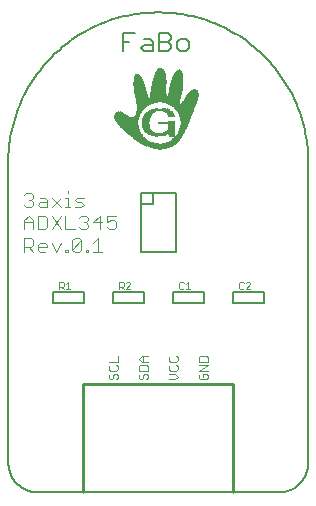
<source format=gto>
G75*
%MOIN*%
%OFA0B0*%
%FSLAX25Y25*%
%IPPOS*%
%LPD*%
%AMOC8*
5,1,8,0,0,1.08239X$1,22.5*
%
%ADD10C,0.00400*%
%ADD11C,0.00500*%
%ADD12C,0.01000*%
%ADD13R,0.00100X0.01100*%
%ADD14R,0.00100X0.01600*%
%ADD15R,0.00100X0.01900*%
%ADD16R,0.00100X0.02200*%
%ADD17R,0.00100X0.02500*%
%ADD18R,0.00100X0.02800*%
%ADD19R,0.00100X0.03100*%
%ADD20R,0.00100X0.03300*%
%ADD21R,0.00100X0.03500*%
%ADD22R,0.00100X0.03700*%
%ADD23R,0.00100X0.03800*%
%ADD24R,0.00100X0.04100*%
%ADD25R,0.00100X0.04200*%
%ADD26R,0.00100X0.04400*%
%ADD27R,0.00100X0.04500*%
%ADD28R,0.00100X0.04700*%
%ADD29R,0.00100X0.04900*%
%ADD30R,0.00100X0.05000*%
%ADD31R,0.00100X0.05100*%
%ADD32R,0.00100X0.05200*%
%ADD33R,0.00100X0.05300*%
%ADD34R,0.00100X0.05400*%
%ADD35R,0.00100X0.05500*%
%ADD36R,0.00100X0.05600*%
%ADD37R,0.00100X0.05700*%
%ADD38R,0.00100X0.05800*%
%ADD39R,0.00100X0.05900*%
%ADD40R,0.00100X0.06000*%
%ADD41R,0.00100X0.06100*%
%ADD42R,0.00100X0.06200*%
%ADD43R,0.00100X0.06300*%
%ADD44R,0.00100X0.06400*%
%ADD45R,0.00100X0.06500*%
%ADD46R,0.00100X0.06600*%
%ADD47R,0.00100X0.06700*%
%ADD48R,0.00100X0.06800*%
%ADD49R,0.00100X0.06900*%
%ADD50R,0.00100X0.07100*%
%ADD51R,0.00100X0.07200*%
%ADD52R,0.00100X0.03200*%
%ADD53R,0.00100X0.07400*%
%ADD54R,0.00100X0.07600*%
%ADD55R,0.00100X0.07800*%
%ADD56R,0.00100X0.08000*%
%ADD57R,0.00100X0.08100*%
%ADD58R,0.00100X0.07700*%
%ADD59R,0.00100X0.08300*%
%ADD60R,0.00100X0.08500*%
%ADD61R,0.00100X0.08800*%
%ADD62R,0.00100X0.09000*%
%ADD63R,0.00100X0.09100*%
%ADD64R,0.00100X0.09600*%
%ADD65R,0.00100X0.10100*%
%ADD66R,0.00100X0.10300*%
%ADD67R,0.00100X0.22300*%
%ADD68R,0.00100X0.22400*%
%ADD69R,0.00100X0.22500*%
%ADD70R,0.00100X0.15600*%
%ADD71R,0.00100X0.15000*%
%ADD72R,0.00100X0.14500*%
%ADD73R,0.00100X0.14200*%
%ADD74R,0.00100X0.13600*%
%ADD75R,0.00100X0.13300*%
%ADD76R,0.00100X0.04000*%
%ADD77R,0.00100X0.13000*%
%ADD78R,0.00100X0.12600*%
%ADD79R,0.00100X0.12400*%
%ADD80R,0.00100X0.12000*%
%ADD81R,0.00100X0.03400*%
%ADD82R,0.00100X0.11700*%
%ADD83R,0.00100X0.11400*%
%ADD84R,0.00100X0.11100*%
%ADD85R,0.00100X0.10800*%
%ADD86R,0.00100X0.03000*%
%ADD87R,0.00100X0.10500*%
%ADD88R,0.00100X0.01400*%
%ADD89R,0.00100X0.02900*%
%ADD90R,0.00100X0.09800*%
%ADD91R,0.00100X0.09500*%
%ADD92R,0.00100X0.03900*%
%ADD93R,0.00100X0.04300*%
%ADD94R,0.00100X0.02700*%
%ADD95R,0.00100X0.08200*%
%ADD96R,0.00100X0.02600*%
%ADD97R,0.00100X0.02400*%
%ADD98R,0.00100X0.04600*%
%ADD99R,0.00100X0.07000*%
%ADD100R,0.00100X0.02300*%
%ADD101R,0.00100X0.07300*%
%ADD102R,0.00100X0.02100*%
%ADD103R,0.00100X0.02000*%
%ADD104R,0.00100X0.03600*%
%ADD105R,0.00100X0.01800*%
%ADD106R,0.00100X0.01700*%
%ADD107R,0.00100X0.01500*%
%ADD108R,0.00100X0.07500*%
%ADD109R,0.00100X0.08400*%
%ADD110R,0.00100X0.08700*%
%ADD111R,0.00100X0.01300*%
%ADD112R,0.00100X0.01200*%
%ADD113R,0.00100X0.09200*%
%ADD114R,0.00100X0.09700*%
%ADD115R,0.00100X0.09900*%
%ADD116R,0.00100X0.01000*%
%ADD117R,0.00100X0.10600*%
%ADD118R,0.00100X0.10900*%
%ADD119R,0.00100X0.11000*%
%ADD120R,0.00100X0.00900*%
%ADD121R,0.00100X0.11200*%
%ADD122R,0.00100X0.11300*%
%ADD123R,0.00100X0.11500*%
%ADD124R,0.00100X0.11600*%
%ADD125R,0.00100X0.10000*%
%ADD126R,0.00100X0.09400*%
%ADD127R,0.00100X0.08900*%
%ADD128R,0.00100X0.04800*%
%ADD129R,0.00100X0.07900*%
%ADD130R,0.00100X0.00800*%
%ADD131R,0.00100X0.00500*%
%ADD132R,0.00100X0.12200*%
%ADD133R,0.00100X0.12900*%
%ADD134R,0.00100X0.13100*%
%ADD135R,0.00100X0.13400*%
%ADD136R,0.00100X0.13800*%
%ADD137R,0.00100X0.14000*%
%ADD138R,0.00100X0.14700*%
%ADD139R,0.00100X0.14900*%
%ADD140R,0.00100X0.15200*%
%ADD141R,0.00100X0.10200*%
%ADD142R,0.00100X0.08600*%
%ADD143R,0.00100X0.10700*%
%ADD144R,0.00100X0.10400*%
%ADD145R,0.00100X0.09300*%
%ADD146C,0.00600*%
%ADD147C,0.00300*%
%ADD148C,0.00200*%
D10*
X0007000Y0082000D02*
X0007000Y0086604D01*
X0009302Y0086604D01*
X0010069Y0085837D01*
X0010069Y0084302D01*
X0009302Y0083535D01*
X0007000Y0083535D01*
X0008535Y0083535D02*
X0010069Y0082000D01*
X0011604Y0082767D02*
X0011604Y0084302D01*
X0012371Y0085069D01*
X0013906Y0085069D01*
X0014673Y0084302D01*
X0014673Y0083535D01*
X0011604Y0083535D01*
X0011604Y0082767D02*
X0012371Y0082000D01*
X0013906Y0082000D01*
X0016208Y0085069D02*
X0017742Y0082000D01*
X0019277Y0085069D01*
X0020812Y0082767D02*
X0020812Y0082000D01*
X0021579Y0082000D01*
X0021579Y0082767D01*
X0020812Y0082767D01*
X0023114Y0082767D02*
X0026183Y0085837D01*
X0026183Y0082767D01*
X0025416Y0082000D01*
X0023881Y0082000D01*
X0023114Y0082767D01*
X0023114Y0085837D01*
X0023881Y0086604D01*
X0025416Y0086604D01*
X0026183Y0085837D01*
X0027718Y0082767D02*
X0028485Y0082767D01*
X0028485Y0082000D01*
X0027718Y0082000D01*
X0027718Y0082767D01*
X0030020Y0082000D02*
X0033089Y0082000D01*
X0031554Y0082000D02*
X0031554Y0086604D01*
X0030020Y0085069D01*
X0032322Y0089500D02*
X0032322Y0094104D01*
X0030020Y0091802D01*
X0033089Y0091802D01*
X0034624Y0091802D02*
X0036158Y0092569D01*
X0036926Y0092569D01*
X0037693Y0091802D01*
X0037693Y0090267D01*
X0036926Y0089500D01*
X0035391Y0089500D01*
X0034624Y0090267D01*
X0034624Y0091802D02*
X0034624Y0094104D01*
X0037693Y0094104D01*
X0028485Y0093337D02*
X0028485Y0092569D01*
X0027718Y0091802D01*
X0028485Y0091035D01*
X0028485Y0090267D01*
X0027718Y0089500D01*
X0026183Y0089500D01*
X0025416Y0090267D01*
X0023881Y0089500D02*
X0020812Y0089500D01*
X0020812Y0094104D01*
X0019277Y0094104D02*
X0016208Y0089500D01*
X0014673Y0090267D02*
X0014673Y0093337D01*
X0013906Y0094104D01*
X0011604Y0094104D01*
X0011604Y0089500D01*
X0013906Y0089500D01*
X0014673Y0090267D01*
X0016208Y0094104D02*
X0019277Y0089500D01*
X0019277Y0097000D02*
X0016208Y0100069D01*
X0014673Y0099302D02*
X0014673Y0097000D01*
X0012371Y0097000D01*
X0011604Y0097767D01*
X0012371Y0098535D01*
X0014673Y0098535D01*
X0014673Y0099302D02*
X0013906Y0100069D01*
X0012371Y0100069D01*
X0010069Y0100069D02*
X0009302Y0099302D01*
X0010069Y0098535D01*
X0010069Y0097767D01*
X0009302Y0097000D01*
X0007767Y0097000D01*
X0007000Y0097767D01*
X0008535Y0099302D02*
X0009302Y0099302D01*
X0010069Y0100069D02*
X0010069Y0100837D01*
X0009302Y0101604D01*
X0007767Y0101604D01*
X0007000Y0100837D01*
X0008535Y0094104D02*
X0010069Y0092569D01*
X0010069Y0089500D01*
X0010069Y0091802D02*
X0007000Y0091802D01*
X0007000Y0092569D02*
X0008535Y0094104D01*
X0007000Y0092569D02*
X0007000Y0089500D01*
X0016208Y0097000D02*
X0019277Y0100069D01*
X0020812Y0100069D02*
X0021579Y0100069D01*
X0021579Y0097000D01*
X0020812Y0097000D02*
X0022346Y0097000D01*
X0023881Y0097000D02*
X0026183Y0097000D01*
X0026950Y0097767D01*
X0026183Y0098535D01*
X0024648Y0098535D01*
X0023881Y0099302D01*
X0024648Y0100069D01*
X0026950Y0100069D01*
X0026183Y0094104D02*
X0025416Y0093337D01*
X0026183Y0094104D02*
X0027718Y0094104D01*
X0028485Y0093337D01*
X0027718Y0091802D02*
X0026950Y0091802D01*
X0021579Y0101604D02*
X0021579Y0102371D01*
D11*
X0001800Y0111800D02*
X0001800Y0011800D01*
X0001803Y0011558D01*
X0001812Y0011317D01*
X0001826Y0011076D01*
X0001847Y0010835D01*
X0001873Y0010595D01*
X0001905Y0010355D01*
X0001943Y0010116D01*
X0001986Y0009879D01*
X0002036Y0009642D01*
X0002091Y0009407D01*
X0002151Y0009173D01*
X0002218Y0008941D01*
X0002289Y0008710D01*
X0002367Y0008481D01*
X0002450Y0008254D01*
X0002538Y0008029D01*
X0002632Y0007806D01*
X0002731Y0007586D01*
X0002836Y0007368D01*
X0002945Y0007153D01*
X0003060Y0006940D01*
X0003180Y0006730D01*
X0003305Y0006524D01*
X0003435Y0006320D01*
X0003570Y0006119D01*
X0003710Y0005922D01*
X0003854Y0005728D01*
X0004003Y0005538D01*
X0004157Y0005352D01*
X0004315Y0005169D01*
X0004477Y0004990D01*
X0004644Y0004815D01*
X0004815Y0004644D01*
X0004990Y0004477D01*
X0005169Y0004315D01*
X0005352Y0004157D01*
X0005538Y0004003D01*
X0005728Y0003854D01*
X0005922Y0003710D01*
X0006119Y0003570D01*
X0006320Y0003435D01*
X0006524Y0003305D01*
X0006730Y0003180D01*
X0006940Y0003060D01*
X0007153Y0002945D01*
X0007368Y0002836D01*
X0007586Y0002731D01*
X0007806Y0002632D01*
X0008029Y0002538D01*
X0008254Y0002450D01*
X0008481Y0002367D01*
X0008710Y0002289D01*
X0008941Y0002218D01*
X0009173Y0002151D01*
X0009407Y0002091D01*
X0009642Y0002036D01*
X0009879Y0001986D01*
X0010116Y0001943D01*
X0010355Y0001905D01*
X0010595Y0001873D01*
X0010835Y0001847D01*
X0011076Y0001826D01*
X0011317Y0001812D01*
X0011558Y0001803D01*
X0011800Y0001800D01*
X0091800Y0001800D01*
X0092042Y0001803D01*
X0092283Y0001812D01*
X0092524Y0001826D01*
X0092765Y0001847D01*
X0093005Y0001873D01*
X0093245Y0001905D01*
X0093484Y0001943D01*
X0093721Y0001986D01*
X0093958Y0002036D01*
X0094193Y0002091D01*
X0094427Y0002151D01*
X0094659Y0002218D01*
X0094890Y0002289D01*
X0095119Y0002367D01*
X0095346Y0002450D01*
X0095571Y0002538D01*
X0095794Y0002632D01*
X0096014Y0002731D01*
X0096232Y0002836D01*
X0096447Y0002945D01*
X0096660Y0003060D01*
X0096870Y0003180D01*
X0097076Y0003305D01*
X0097280Y0003435D01*
X0097481Y0003570D01*
X0097678Y0003710D01*
X0097872Y0003854D01*
X0098062Y0004003D01*
X0098248Y0004157D01*
X0098431Y0004315D01*
X0098610Y0004477D01*
X0098785Y0004644D01*
X0098956Y0004815D01*
X0099123Y0004990D01*
X0099285Y0005169D01*
X0099443Y0005352D01*
X0099597Y0005538D01*
X0099746Y0005728D01*
X0099890Y0005922D01*
X0100030Y0006119D01*
X0100165Y0006320D01*
X0100295Y0006524D01*
X0100420Y0006730D01*
X0100540Y0006940D01*
X0100655Y0007153D01*
X0100764Y0007368D01*
X0100869Y0007586D01*
X0100968Y0007806D01*
X0101062Y0008029D01*
X0101150Y0008254D01*
X0101233Y0008481D01*
X0101311Y0008710D01*
X0101382Y0008941D01*
X0101449Y0009173D01*
X0101509Y0009407D01*
X0101564Y0009642D01*
X0101614Y0009879D01*
X0101657Y0010116D01*
X0101695Y0010355D01*
X0101727Y0010595D01*
X0101753Y0010835D01*
X0101774Y0011076D01*
X0101788Y0011317D01*
X0101797Y0011558D01*
X0101800Y0011800D01*
X0101800Y0111800D01*
X0086918Y0068769D02*
X0076682Y0068769D01*
X0076682Y0064831D01*
X0077076Y0064831D02*
X0086918Y0064831D01*
X0086918Y0068769D01*
X0066918Y0068769D02*
X0066918Y0064831D01*
X0057076Y0064831D01*
X0056682Y0064831D02*
X0056682Y0068769D01*
X0066918Y0068769D01*
X0057706Y0081957D02*
X0057706Y0101643D01*
X0045894Y0101643D01*
X0045894Y0081957D01*
X0057706Y0081957D01*
X0046918Y0068769D02*
X0046918Y0064831D01*
X0037076Y0064831D01*
X0036682Y0064831D02*
X0036682Y0068769D01*
X0046918Y0068769D01*
X0046100Y0098000D02*
X0050200Y0098000D01*
X0050200Y0101500D01*
X0001800Y0111800D02*
X0001815Y0113018D01*
X0001859Y0114234D01*
X0001933Y0115450D01*
X0002037Y0116663D01*
X0002170Y0117873D01*
X0002333Y0119080D01*
X0002525Y0120282D01*
X0002746Y0121480D01*
X0002996Y0122672D01*
X0003275Y0123857D01*
X0003583Y0125035D01*
X0003920Y0126205D01*
X0004285Y0127367D01*
X0004678Y0128519D01*
X0005099Y0129662D01*
X0005548Y0130793D01*
X0006024Y0131914D01*
X0006528Y0133023D01*
X0007058Y0134119D01*
X0007615Y0135202D01*
X0008198Y0136271D01*
X0008806Y0137325D01*
X0009441Y0138365D01*
X0010100Y0139388D01*
X0010784Y0140396D01*
X0011493Y0141386D01*
X0012225Y0142359D01*
X0012981Y0143313D01*
X0013760Y0144249D01*
X0014561Y0145166D01*
X0015385Y0146063D01*
X0016230Y0146939D01*
X0017096Y0147795D01*
X0017983Y0148630D01*
X0018890Y0149442D01*
X0019816Y0150232D01*
X0020762Y0151000D01*
X0021725Y0151744D01*
X0022707Y0152464D01*
X0023706Y0153161D01*
X0024721Y0153833D01*
X0025753Y0154480D01*
X0026800Y0155101D01*
X0027862Y0155697D01*
X0028938Y0156267D01*
X0030027Y0156811D01*
X0031130Y0157327D01*
X0032245Y0157817D01*
X0033371Y0158280D01*
X0034508Y0158715D01*
X0035656Y0159122D01*
X0036813Y0159501D01*
X0037979Y0159852D01*
X0039153Y0160174D01*
X0040335Y0160468D01*
X0041524Y0160733D01*
X0042718Y0160968D01*
X0043918Y0161175D01*
X0045123Y0161352D01*
X0046331Y0161500D01*
X0047543Y0161618D01*
X0048758Y0161707D01*
X0049974Y0161767D01*
X0051191Y0161796D01*
X0052409Y0161796D01*
X0053626Y0161767D01*
X0054842Y0161707D01*
X0056057Y0161618D01*
X0057269Y0161500D01*
X0058477Y0161352D01*
X0059682Y0161175D01*
X0060882Y0160968D01*
X0062076Y0160733D01*
X0063265Y0160468D01*
X0064447Y0160174D01*
X0065621Y0159852D01*
X0066787Y0159501D01*
X0067944Y0159122D01*
X0069092Y0158715D01*
X0070229Y0158280D01*
X0071355Y0157817D01*
X0072470Y0157327D01*
X0073573Y0156811D01*
X0074662Y0156267D01*
X0075738Y0155697D01*
X0076800Y0155101D01*
X0077847Y0154480D01*
X0078879Y0153833D01*
X0079894Y0153161D01*
X0080893Y0152464D01*
X0081875Y0151744D01*
X0082838Y0151000D01*
X0083784Y0150232D01*
X0084710Y0149442D01*
X0085617Y0148630D01*
X0086504Y0147795D01*
X0087370Y0146939D01*
X0088215Y0146063D01*
X0089039Y0145166D01*
X0089840Y0144249D01*
X0090619Y0143313D01*
X0091375Y0142359D01*
X0092107Y0141386D01*
X0092816Y0140396D01*
X0093500Y0139388D01*
X0094159Y0138365D01*
X0094794Y0137325D01*
X0095402Y0136271D01*
X0095985Y0135202D01*
X0096542Y0134119D01*
X0097072Y0133023D01*
X0097576Y0131914D01*
X0098052Y0130793D01*
X0098501Y0129662D01*
X0098922Y0128519D01*
X0099315Y0127367D01*
X0099680Y0126205D01*
X0100017Y0125035D01*
X0100325Y0123857D01*
X0100604Y0122672D01*
X0100854Y0121480D01*
X0101075Y0120282D01*
X0101267Y0119080D01*
X0101430Y0117873D01*
X0101563Y0116663D01*
X0101667Y0115450D01*
X0101741Y0114234D01*
X0101785Y0113018D01*
X0101800Y0111800D01*
X0026918Y0068769D02*
X0026918Y0064831D01*
X0017076Y0064831D01*
X0016682Y0064831D02*
X0016682Y0068769D01*
X0026918Y0068769D01*
D12*
X0026800Y0038050D02*
X0076800Y0038050D01*
X0076800Y0001800D01*
X0026800Y0001800D02*
X0026800Y0038050D01*
D13*
X0051153Y0121009D03*
X0051253Y0121009D03*
X0051353Y0121009D03*
X0051453Y0121009D03*
X0051553Y0121009D03*
X0054153Y0121309D03*
X0054353Y0121409D03*
X0054453Y0121509D03*
X0054553Y0121509D03*
X0054253Y0129209D03*
X0054153Y0129209D03*
X0054053Y0129209D03*
X0053753Y0129309D03*
X0051153Y0129209D03*
X0051053Y0129209D03*
X0050853Y0129109D03*
X0043853Y0138009D03*
X0037453Y0127109D03*
D14*
X0037553Y0127059D03*
X0049953Y0128659D03*
X0050053Y0128759D03*
X0054853Y0128859D03*
X0056753Y0127759D03*
X0055153Y0122059D03*
X0049953Y0121459D03*
X0049853Y0121559D03*
X0054553Y0138759D03*
D15*
X0054953Y0132309D03*
X0055053Y0128609D03*
X0056453Y0127909D03*
X0055253Y0122209D03*
X0050853Y0117309D03*
X0050753Y0117309D03*
X0049653Y0128409D03*
X0049753Y0128509D03*
X0037653Y0127009D03*
D16*
X0037753Y0126959D03*
X0048253Y0118259D03*
X0048453Y0118159D03*
X0048553Y0118059D03*
X0048653Y0118059D03*
X0048753Y0117959D03*
X0049353Y0121959D03*
X0053253Y0117159D03*
X0054353Y0117359D03*
X0054753Y0117459D03*
X0054953Y0117559D03*
X0055053Y0117559D03*
X0055153Y0117659D03*
X0055253Y0117659D03*
X0055353Y0117659D03*
X0055453Y0117759D03*
X0055553Y0117759D03*
X0055753Y0117859D03*
X0055953Y0117959D03*
X0055953Y0128059D03*
X0056053Y0128059D03*
D17*
X0055453Y0128209D03*
X0055353Y0128209D03*
X0055153Y0132509D03*
X0048753Y0132109D03*
X0049253Y0127909D03*
X0047453Y0118709D03*
X0047653Y0118609D03*
X0037853Y0126909D03*
X0057153Y0118709D03*
X0057253Y0118809D03*
X0057453Y0118909D03*
D18*
X0058153Y0119659D03*
X0058253Y0119759D03*
X0058353Y0119859D03*
X0055253Y0132659D03*
X0049153Y0127759D03*
X0047053Y0119059D03*
X0046953Y0119059D03*
X0037953Y0126859D03*
D19*
X0038053Y0126809D03*
X0046653Y0119409D03*
X0049353Y0132709D03*
X0058653Y0120309D03*
D20*
X0038153Y0126809D03*
D21*
X0038253Y0126709D03*
X0046053Y0120009D03*
X0048353Y0132409D03*
D22*
X0045953Y0120109D03*
X0038353Y0126709D03*
X0059153Y0121209D03*
D23*
X0059253Y0121459D03*
X0055453Y0133059D03*
X0048953Y0127159D03*
X0045853Y0120259D03*
X0038453Y0126659D03*
X0064853Y0133959D03*
D24*
X0064753Y0133909D03*
X0060153Y0138909D03*
X0038553Y0126609D03*
D25*
X0038653Y0126559D03*
X0045653Y0120559D03*
X0048153Y0132659D03*
X0059153Y0129059D03*
D26*
X0055353Y0123359D03*
X0049553Y0133459D03*
X0045553Y0120759D03*
X0038853Y0126459D03*
X0038753Y0126459D03*
D27*
X0038953Y0126409D03*
X0059253Y0128909D03*
X0059453Y0122109D03*
D28*
X0055453Y0123209D03*
X0047153Y0125009D03*
X0045453Y0120909D03*
X0039053Y0126309D03*
D29*
X0039153Y0126309D03*
X0039253Y0126209D03*
X0044053Y0137809D03*
X0049653Y0133809D03*
X0059353Y0128709D03*
X0060053Y0138809D03*
D30*
X0064453Y0133559D03*
X0055553Y0123059D03*
X0047953Y0132859D03*
X0045353Y0121159D03*
X0039353Y0126159D03*
D31*
X0039453Y0126109D03*
X0047253Y0125009D03*
X0055653Y0123009D03*
X0055753Y0123009D03*
X0055853Y0123009D03*
X0055953Y0123009D03*
X0056053Y0123009D03*
X0056153Y0123009D03*
X0056253Y0123009D03*
X0056353Y0123009D03*
X0056453Y0123009D03*
X0056553Y0123009D03*
X0056653Y0123009D03*
X0056753Y0123009D03*
X0056853Y0123009D03*
X0056953Y0123009D03*
X0057053Y0123009D03*
X0057153Y0123009D03*
X0057253Y0123009D03*
X0057353Y0123009D03*
D32*
X0039553Y0126059D03*
D33*
X0039653Y0126009D03*
X0055753Y0133609D03*
X0064353Y0133409D03*
D34*
X0049753Y0134059D03*
X0047353Y0124959D03*
X0040053Y0125759D03*
X0039953Y0125859D03*
X0039853Y0125859D03*
X0039753Y0125959D03*
D35*
X0040153Y0125709D03*
X0040253Y0125609D03*
X0040353Y0125509D03*
X0040453Y0125409D03*
X0045253Y0121509D03*
X0047853Y0133009D03*
X0064253Y0133309D03*
D36*
X0059453Y0128359D03*
X0041253Y0124759D03*
X0041153Y0124859D03*
X0040853Y0125059D03*
X0040753Y0125159D03*
X0040653Y0125259D03*
X0040553Y0125359D03*
D37*
X0040953Y0125009D03*
X0041053Y0124909D03*
X0041353Y0124709D03*
X0041453Y0124609D03*
X0041553Y0124509D03*
X0041653Y0124409D03*
X0041753Y0124409D03*
X0047453Y0125009D03*
X0059953Y0138709D03*
X0064153Y0133209D03*
D38*
X0055853Y0133859D03*
X0042153Y0124059D03*
X0042053Y0124159D03*
X0041953Y0124159D03*
X0041853Y0124259D03*
D39*
X0042253Y0124009D03*
X0047553Y0125009D03*
X0044153Y0137709D03*
D40*
X0047753Y0133259D03*
X0049853Y0134359D03*
X0042353Y0123959D03*
X0064053Y0133059D03*
D41*
X0047653Y0125009D03*
X0042553Y0123809D03*
X0042453Y0123909D03*
D42*
X0042653Y0123759D03*
X0042753Y0123759D03*
D43*
X0042853Y0123709D03*
X0047753Y0125009D03*
X0059853Y0138609D03*
X0063953Y0132909D03*
D44*
X0042953Y0123659D03*
D45*
X0043053Y0123609D03*
X0047853Y0125009D03*
X0047653Y0133409D03*
X0044253Y0137609D03*
D46*
X0049953Y0134759D03*
X0055953Y0134159D03*
X0063853Y0132759D03*
X0043253Y0123559D03*
X0043153Y0123559D03*
D47*
X0043353Y0123509D03*
X0047953Y0125009D03*
D48*
X0043453Y0123459D03*
X0059753Y0138459D03*
X0063753Y0132659D03*
D49*
X0048053Y0125009D03*
X0043553Y0123409D03*
X0047553Y0133509D03*
D50*
X0044353Y0137409D03*
X0043753Y0123409D03*
X0043653Y0123409D03*
X0056053Y0134309D03*
D51*
X0063553Y0132359D03*
X0048253Y0125059D03*
X0043853Y0123359D03*
D52*
X0046353Y0119659D03*
X0046453Y0119559D03*
X0049053Y0127559D03*
X0048453Y0132359D03*
X0043953Y0137959D03*
X0058953Y0120759D03*
X0058853Y0120559D03*
X0058753Y0120459D03*
D53*
X0048453Y0125059D03*
X0043953Y0123359D03*
X0047453Y0133659D03*
D54*
X0048553Y0125059D03*
X0044053Y0123359D03*
X0056153Y0134559D03*
X0063453Y0132159D03*
D55*
X0063353Y0132059D03*
X0048753Y0125059D03*
X0044153Y0123359D03*
X0047353Y0133759D03*
D56*
X0050353Y0135559D03*
X0048853Y0125059D03*
X0044253Y0123359D03*
D57*
X0044353Y0123409D03*
D58*
X0048653Y0125009D03*
X0050253Y0135409D03*
X0044453Y0137209D03*
X0059653Y0138309D03*
D59*
X0056353Y0134809D03*
X0044453Y0123509D03*
D60*
X0044553Y0136909D03*
D61*
X0047153Y0134059D03*
X0044553Y0123559D03*
X0062853Y0131259D03*
D62*
X0050653Y0136159D03*
X0044653Y0136659D03*
D63*
X0047053Y0134109D03*
X0044653Y0123709D03*
X0059353Y0137909D03*
X0062753Y0131109D03*
D64*
X0062453Y0130659D03*
X0059253Y0137759D03*
X0044753Y0136459D03*
X0044753Y0123859D03*
D65*
X0046753Y0134309D03*
X0044853Y0136209D03*
X0051153Y0136809D03*
X0056853Y0135309D03*
X0062153Y0130109D03*
X0062053Y0129909D03*
D66*
X0061853Y0129509D03*
X0056953Y0135409D03*
X0054053Y0136809D03*
X0051253Y0136909D03*
X0044853Y0124109D03*
D67*
X0044953Y0130109D03*
D68*
X0045053Y0130059D03*
D69*
X0045153Y0130009D03*
D70*
X0045253Y0133459D03*
D71*
X0045353Y0133759D03*
D72*
X0045453Y0133909D03*
X0058653Y0135409D03*
D73*
X0058553Y0135459D03*
X0045553Y0134059D03*
D74*
X0045653Y0134159D03*
X0058253Y0135559D03*
D75*
X0045753Y0134209D03*
D76*
X0048253Y0132559D03*
X0045753Y0120359D03*
X0059353Y0121759D03*
X0059053Y0129359D03*
D77*
X0045853Y0134259D03*
D78*
X0045953Y0134359D03*
X0057853Y0135659D03*
D79*
X0057753Y0135659D03*
X0046053Y0134359D03*
D80*
X0046153Y0134359D03*
X0057553Y0135659D03*
D81*
X0055353Y0132859D03*
X0059053Y0120959D03*
X0064953Y0134059D03*
X0046853Y0124959D03*
X0046153Y0119859D03*
X0046253Y0119759D03*
D82*
X0046253Y0134409D03*
X0057453Y0135609D03*
D83*
X0057353Y0135559D03*
X0052253Y0137559D03*
X0052153Y0137559D03*
X0046353Y0134359D03*
D84*
X0046453Y0134409D03*
X0051853Y0137409D03*
X0053453Y0137309D03*
X0059053Y0137209D03*
X0060053Y0126309D03*
X0059953Y0126209D03*
X0059853Y0126009D03*
X0059753Y0125909D03*
D85*
X0060753Y0127459D03*
X0060853Y0127659D03*
X0060953Y0127859D03*
X0061053Y0128059D03*
X0053753Y0137059D03*
X0051553Y0137159D03*
X0046553Y0134359D03*
D86*
X0054553Y0132959D03*
X0046553Y0119459D03*
X0046753Y0119259D03*
X0065053Y0134159D03*
D87*
X0061653Y0129209D03*
X0053953Y0136909D03*
X0051353Y0137009D03*
X0046653Y0134309D03*
D88*
X0050453Y0128959D03*
X0046653Y0124959D03*
X0050153Y0121359D03*
X0050253Y0121359D03*
X0050353Y0121259D03*
X0050453Y0121259D03*
X0054853Y0121759D03*
X0054953Y0121859D03*
X0056953Y0127659D03*
X0054753Y0128959D03*
D89*
X0049053Y0122409D03*
X0046753Y0125009D03*
X0046853Y0119209D03*
X0048553Y0132209D03*
X0058553Y0120109D03*
X0058453Y0120009D03*
D90*
X0062253Y0130259D03*
X0056753Y0135259D03*
X0046853Y0134259D03*
D91*
X0046953Y0134209D03*
X0050853Y0136409D03*
X0056653Y0135209D03*
D92*
X0049453Y0133209D03*
X0046953Y0125009D03*
D93*
X0047053Y0125009D03*
X0055553Y0133209D03*
X0064653Y0133809D03*
D94*
X0058053Y0119509D03*
X0057953Y0119409D03*
X0057853Y0119309D03*
X0057753Y0119209D03*
X0048653Y0132209D03*
X0047153Y0119009D03*
D95*
X0047253Y0133859D03*
X0059553Y0138159D03*
X0063153Y0131759D03*
D96*
X0055253Y0128259D03*
X0049253Y0132459D03*
X0049153Y0122259D03*
X0047253Y0118859D03*
X0047353Y0118759D03*
X0047553Y0118659D03*
X0057553Y0119059D03*
X0057653Y0119159D03*
D97*
X0057353Y0118859D03*
X0057053Y0118659D03*
X0056953Y0118559D03*
X0056853Y0118459D03*
X0056753Y0118359D03*
X0056653Y0118359D03*
X0055653Y0128159D03*
X0055553Y0128159D03*
X0054653Y0132659D03*
X0049353Y0128059D03*
X0047753Y0118559D03*
X0047853Y0118459D03*
X0047953Y0118359D03*
X0048053Y0118359D03*
D98*
X0048053Y0132759D03*
D99*
X0050053Y0134959D03*
X0048153Y0125059D03*
X0063653Y0132559D03*
D100*
X0065153Y0134309D03*
X0055853Y0128109D03*
X0055753Y0128109D03*
X0056553Y0118309D03*
X0056453Y0118209D03*
X0056353Y0118209D03*
X0056253Y0118109D03*
X0056153Y0118109D03*
X0056053Y0118009D03*
X0055853Y0117909D03*
X0055653Y0117809D03*
X0049253Y0122109D03*
X0048153Y0118309D03*
X0048353Y0118209D03*
X0049153Y0132209D03*
D101*
X0048353Y0125009D03*
D102*
X0049453Y0128209D03*
X0049553Y0128309D03*
X0048853Y0132009D03*
X0055053Y0132409D03*
X0055153Y0128509D03*
X0056153Y0128009D03*
X0056253Y0128009D03*
X0054853Y0117509D03*
X0054653Y0117409D03*
X0054553Y0117409D03*
X0054453Y0117409D03*
X0054253Y0117309D03*
X0054153Y0117309D03*
X0054053Y0117309D03*
X0053953Y0117209D03*
X0053853Y0117209D03*
X0053753Y0117209D03*
X0053653Y0117209D03*
X0053553Y0117209D03*
X0053453Y0117209D03*
X0053353Y0117209D03*
X0053153Y0117109D03*
X0053053Y0117109D03*
X0052953Y0117109D03*
X0052853Y0117109D03*
X0052753Y0117109D03*
X0052653Y0117109D03*
X0052553Y0117109D03*
X0052453Y0117109D03*
X0052353Y0117109D03*
X0052253Y0117109D03*
X0052153Y0117109D03*
X0051553Y0117209D03*
X0051453Y0117209D03*
X0049753Y0117609D03*
X0049453Y0117709D03*
X0049353Y0117709D03*
X0049153Y0117809D03*
X0049053Y0117809D03*
X0048953Y0117909D03*
X0048853Y0117909D03*
D103*
X0049253Y0117759D03*
X0049553Y0117659D03*
X0049653Y0117659D03*
X0049853Y0117559D03*
X0049953Y0117559D03*
X0050053Y0117459D03*
X0050153Y0117459D03*
X0050253Y0117459D03*
X0050353Y0117459D03*
X0050453Y0117359D03*
X0050553Y0117359D03*
X0050653Y0117359D03*
X0050953Y0117259D03*
X0051053Y0117259D03*
X0051153Y0117259D03*
X0051253Y0117259D03*
X0051353Y0117259D03*
X0051653Y0117159D03*
X0051753Y0117159D03*
X0051853Y0117159D03*
X0051953Y0117159D03*
X0052053Y0117159D03*
X0049453Y0121859D03*
X0048953Y0131959D03*
X0054753Y0132459D03*
X0056353Y0127959D03*
D104*
X0048953Y0122859D03*
D105*
X0049553Y0121759D03*
X0049653Y0121659D03*
X0049853Y0128559D03*
X0049053Y0131959D03*
X0056553Y0127859D03*
D106*
X0056653Y0127809D03*
X0054953Y0128809D03*
X0054853Y0132209D03*
X0049753Y0121609D03*
D107*
X0050053Y0121409D03*
X0050153Y0128809D03*
X0050253Y0128809D03*
X0050353Y0128909D03*
X0055053Y0121909D03*
X0056853Y0127709D03*
X0065253Y0134409D03*
D108*
X0050153Y0135209D03*
D109*
X0050453Y0135759D03*
X0063053Y0131659D03*
D110*
X0050553Y0136009D03*
D111*
X0050553Y0129009D03*
X0054553Y0129009D03*
X0054653Y0129009D03*
X0054753Y0121609D03*
X0050553Y0121209D03*
D112*
X0050653Y0121159D03*
X0050753Y0121159D03*
X0050853Y0121159D03*
X0050953Y0121059D03*
X0051053Y0121059D03*
X0054653Y0121559D03*
X0057053Y0127559D03*
X0054453Y0129059D03*
X0054353Y0129159D03*
X0050953Y0129159D03*
X0050753Y0129059D03*
X0050653Y0129059D03*
D113*
X0050753Y0136259D03*
X0056553Y0135059D03*
X0062653Y0130959D03*
D114*
X0062353Y0130409D03*
X0050953Y0136509D03*
D115*
X0051053Y0136709D03*
X0054253Y0136509D03*
D116*
X0053653Y0129359D03*
X0053553Y0129359D03*
X0053453Y0129359D03*
X0053353Y0129359D03*
X0053853Y0129259D03*
X0053953Y0129259D03*
X0051753Y0129359D03*
X0051653Y0129359D03*
X0051553Y0129359D03*
X0051453Y0129259D03*
X0051353Y0129259D03*
X0051253Y0129259D03*
X0051653Y0120959D03*
X0051753Y0120959D03*
X0051853Y0120959D03*
X0051953Y0120959D03*
X0052053Y0120959D03*
X0052153Y0120959D03*
X0052253Y0120959D03*
X0052353Y0120959D03*
X0052453Y0120959D03*
X0052553Y0120959D03*
X0052653Y0120959D03*
X0052753Y0120959D03*
X0052853Y0120959D03*
X0053053Y0121059D03*
X0053153Y0121059D03*
X0053253Y0121059D03*
X0053353Y0121059D03*
X0053453Y0121059D03*
X0053653Y0121159D03*
X0053753Y0121159D03*
X0053853Y0121259D03*
X0053953Y0121259D03*
X0054053Y0121259D03*
X0054253Y0121359D03*
X0057153Y0127459D03*
D117*
X0061353Y0128659D03*
X0061453Y0128859D03*
X0061553Y0128959D03*
X0057053Y0135459D03*
X0053853Y0136959D03*
X0051453Y0137059D03*
D118*
X0051653Y0137309D03*
X0053653Y0137209D03*
X0057153Y0135509D03*
X0060653Y0127309D03*
X0060553Y0127109D03*
X0060453Y0127009D03*
X0060353Y0126809D03*
D119*
X0060253Y0126659D03*
X0060153Y0126459D03*
X0053553Y0137259D03*
X0051753Y0137359D03*
D120*
X0051853Y0129409D03*
X0051953Y0129409D03*
X0052053Y0129409D03*
X0052153Y0129409D03*
X0052253Y0129409D03*
X0052353Y0129409D03*
X0052453Y0129409D03*
X0052553Y0129409D03*
X0052653Y0129409D03*
X0052753Y0129409D03*
X0052853Y0129409D03*
X0052953Y0129409D03*
X0053053Y0129409D03*
X0053153Y0129409D03*
X0053253Y0129409D03*
X0053253Y0125109D03*
X0053353Y0125109D03*
X0053453Y0125109D03*
X0053553Y0125109D03*
X0053653Y0125109D03*
X0053753Y0125109D03*
X0053853Y0125109D03*
X0053953Y0125109D03*
X0054053Y0125109D03*
X0054153Y0125109D03*
X0054253Y0125109D03*
X0054353Y0125109D03*
X0054453Y0125109D03*
X0054553Y0125109D03*
X0054653Y0125109D03*
X0054753Y0125109D03*
X0054853Y0125109D03*
X0054953Y0125109D03*
X0055053Y0125109D03*
X0055153Y0125109D03*
X0055253Y0125109D03*
X0053153Y0125109D03*
X0053053Y0125109D03*
X0052953Y0125109D03*
X0052853Y0125109D03*
X0052753Y0125109D03*
X0052653Y0125109D03*
X0052553Y0125109D03*
X0052453Y0125109D03*
X0052353Y0125109D03*
X0052253Y0125109D03*
X0052153Y0125109D03*
X0052953Y0121009D03*
X0053553Y0121109D03*
D121*
X0059653Y0125759D03*
X0057253Y0135559D03*
X0053353Y0137359D03*
X0051953Y0137459D03*
D122*
X0052053Y0137509D03*
X0053253Y0137409D03*
X0059553Y0125609D03*
D123*
X0053153Y0137509D03*
X0053053Y0137609D03*
X0052953Y0137609D03*
X0052553Y0137609D03*
X0052453Y0137609D03*
X0052353Y0137609D03*
D124*
X0052653Y0137659D03*
X0052753Y0137659D03*
X0052853Y0137659D03*
D125*
X0054153Y0136659D03*
D126*
X0054353Y0136259D03*
D127*
X0054453Y0136009D03*
X0056453Y0135009D03*
D128*
X0055653Y0133459D03*
X0064553Y0133659D03*
D129*
X0063253Y0131909D03*
X0056253Y0134709D03*
D130*
X0057253Y0127359D03*
D131*
X0057353Y0127209D03*
D132*
X0057653Y0135659D03*
D133*
X0057953Y0135709D03*
D134*
X0058053Y0135709D03*
D135*
X0058153Y0135659D03*
D136*
X0058353Y0135559D03*
D137*
X0058453Y0135559D03*
D138*
X0058753Y0135309D03*
D139*
X0058853Y0135209D03*
D140*
X0058953Y0135159D03*
D141*
X0059153Y0137559D03*
X0061953Y0129759D03*
D142*
X0062953Y0131459D03*
X0059453Y0138059D03*
D143*
X0061253Y0128409D03*
X0061153Y0128209D03*
D144*
X0061753Y0129359D03*
D145*
X0062553Y0130809D03*
D146*
X0061180Y0148800D02*
X0059178Y0148800D01*
X0058177Y0149801D01*
X0058177Y0151803D01*
X0059178Y0152803D01*
X0061180Y0152803D01*
X0062181Y0151803D01*
X0062181Y0149801D01*
X0061180Y0148800D01*
X0056103Y0149801D02*
X0055103Y0148800D01*
X0052100Y0148800D01*
X0052100Y0154805D01*
X0055103Y0154805D01*
X0056103Y0153804D01*
X0056103Y0152803D01*
X0055103Y0151803D01*
X0052100Y0151803D01*
X0050026Y0151803D02*
X0050026Y0148800D01*
X0047024Y0148800D01*
X0046023Y0149801D01*
X0047024Y0150802D01*
X0050026Y0150802D01*
X0050026Y0151803D02*
X0049025Y0152803D01*
X0047024Y0152803D01*
X0043949Y0154805D02*
X0039946Y0154805D01*
X0039946Y0148800D01*
X0039946Y0151803D02*
X0041947Y0151803D01*
X0055103Y0151803D02*
X0056103Y0150802D01*
X0056103Y0149801D01*
D147*
X0055831Y0047278D02*
X0055348Y0046794D01*
X0055348Y0045827D01*
X0055831Y0045343D01*
X0057766Y0045343D01*
X0058250Y0045827D01*
X0058250Y0046794D01*
X0057766Y0047278D01*
X0057766Y0044331D02*
X0058250Y0043848D01*
X0058250Y0042880D01*
X0057766Y0042397D01*
X0055831Y0042397D01*
X0055348Y0042880D01*
X0055348Y0043848D01*
X0055831Y0044331D01*
X0055348Y0041385D02*
X0057283Y0041385D01*
X0058250Y0040417D01*
X0057283Y0039450D01*
X0055348Y0039450D01*
X0048250Y0039934D02*
X0047766Y0039450D01*
X0048250Y0039934D02*
X0048250Y0040901D01*
X0047766Y0041385D01*
X0047283Y0041385D01*
X0046799Y0040901D01*
X0046799Y0039934D01*
X0046315Y0039450D01*
X0045831Y0039450D01*
X0045348Y0039934D01*
X0045348Y0040901D01*
X0045831Y0041385D01*
X0045348Y0042397D02*
X0045348Y0043848D01*
X0045831Y0044331D01*
X0047766Y0044331D01*
X0048250Y0043848D01*
X0048250Y0042397D01*
X0045348Y0042397D01*
X0046315Y0045343D02*
X0045348Y0046311D01*
X0046315Y0047278D01*
X0048250Y0047278D01*
X0046799Y0047278D02*
X0046799Y0045343D01*
X0046315Y0045343D02*
X0048250Y0045343D01*
X0038250Y0045343D02*
X0038250Y0047278D01*
X0038250Y0045343D02*
X0035348Y0045343D01*
X0035831Y0044331D02*
X0035348Y0043848D01*
X0035348Y0042880D01*
X0035831Y0042397D01*
X0037766Y0042397D01*
X0038250Y0042880D01*
X0038250Y0043848D01*
X0037766Y0044331D01*
X0037766Y0041385D02*
X0037283Y0041385D01*
X0036799Y0040901D01*
X0036799Y0039934D01*
X0036315Y0039450D01*
X0035831Y0039450D01*
X0035348Y0039934D01*
X0035348Y0040901D01*
X0035831Y0041385D01*
X0037766Y0041385D02*
X0038250Y0040901D01*
X0038250Y0039934D01*
X0037766Y0039450D01*
X0065348Y0039934D02*
X0065831Y0039450D01*
X0067766Y0039450D01*
X0068250Y0039934D01*
X0068250Y0040901D01*
X0067766Y0041385D01*
X0066799Y0041385D01*
X0066799Y0040417D01*
X0065831Y0041385D02*
X0065348Y0040901D01*
X0065348Y0039934D01*
X0065348Y0042397D02*
X0068250Y0044331D01*
X0065348Y0044331D01*
X0065348Y0045343D02*
X0065348Y0046794D01*
X0065831Y0047278D01*
X0067766Y0047278D01*
X0068250Y0046794D01*
X0068250Y0045343D01*
X0065348Y0045343D01*
X0065348Y0042397D02*
X0068250Y0042397D01*
D148*
X0062460Y0069656D02*
X0060992Y0069656D01*
X0061726Y0069656D02*
X0061726Y0071858D01*
X0060992Y0071124D01*
X0060250Y0071491D02*
X0059883Y0071858D01*
X0059149Y0071858D01*
X0058782Y0071491D01*
X0058782Y0070023D01*
X0059149Y0069656D01*
X0059883Y0069656D01*
X0060250Y0070023D01*
X0042460Y0069656D02*
X0040992Y0069656D01*
X0042460Y0071124D01*
X0042460Y0071491D01*
X0042093Y0071858D01*
X0041359Y0071858D01*
X0040992Y0071491D01*
X0040250Y0071491D02*
X0040250Y0070757D01*
X0039883Y0070390D01*
X0038782Y0070390D01*
X0039516Y0070390D02*
X0040250Y0069656D01*
X0038782Y0069656D02*
X0038782Y0071858D01*
X0039883Y0071858D01*
X0040250Y0071491D01*
X0022460Y0069656D02*
X0020992Y0069656D01*
X0021726Y0069656D02*
X0021726Y0071858D01*
X0020992Y0071124D01*
X0020250Y0071491D02*
X0020250Y0070757D01*
X0019883Y0070390D01*
X0018782Y0070390D01*
X0019516Y0070390D02*
X0020250Y0069656D01*
X0018782Y0069656D02*
X0018782Y0071858D01*
X0019883Y0071858D01*
X0020250Y0071491D01*
X0078782Y0071491D02*
X0078782Y0070023D01*
X0079149Y0069656D01*
X0079883Y0069656D01*
X0080250Y0070023D01*
X0080992Y0069656D02*
X0082460Y0071124D01*
X0082460Y0071491D01*
X0082093Y0071858D01*
X0081359Y0071858D01*
X0080992Y0071491D01*
X0080250Y0071491D02*
X0079883Y0071858D01*
X0079149Y0071858D01*
X0078782Y0071491D01*
X0080992Y0069656D02*
X0082460Y0069656D01*
M02*

</source>
